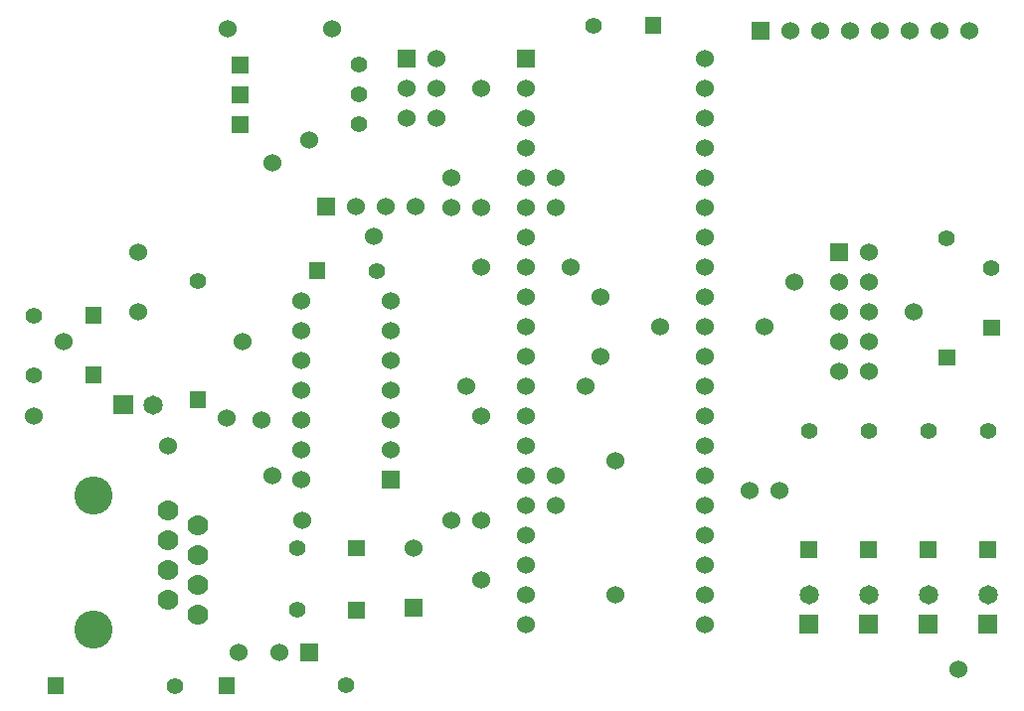
<source format=gbr>
G04 start of page 5 for group 3 idx 3 *
G04 Title: (unknown), GND *
G04 Creator: pcb 20110918 *
G04 CreationDate: Sat 31 Dec 2011 12:16:43 AM GMT UTC *
G04 For: andy *
G04 Format: Gerber/RS-274X *
G04 PCB-Dimensions: 346457 244094 *
G04 PCB-Coordinate-Origin: lower left *
%MOIN*%
%FSLAX25Y25*%
%LNGROUP3*%
%ADD173C,0.0430*%
%ADD172C,0.0280*%
%ADD171C,0.0380*%
%ADD170C,0.0300*%
%ADD169C,0.0350*%
%ADD168C,0.0650*%
%ADD167C,0.1280*%
%ADD166C,0.0700*%
%ADD165C,0.0600*%
%ADD164C,0.0550*%
%ADD163C,0.0001*%
G54D163*G36*
X215124Y232907D02*Y227407D01*
X220624D01*
Y232907D01*
X215124D01*
G37*
G54D164*X197874Y230157D03*
G54D165*X145000Y219094D03*
G54D163*G36*
X172000Y222094D02*Y216094D01*
X178000D01*
Y222094D01*
X172000D01*
G37*
G54D165*X145000Y209094D03*
Y199094D03*
X175000Y209094D03*
Y199094D03*
Y189094D03*
Y179094D03*
Y169094D03*
G54D166*X55118Y67243D03*
X65118Y62243D03*
X55118Y57243D03*
X65118Y52243D03*
X55118Y47243D03*
X65118Y42243D03*
X55118Y37243D03*
X65118Y32243D03*
G54D163*G36*
X99362Y22685D02*Y16685D01*
X105362D01*
Y22685D01*
X99362D01*
G37*
G54D165*X92362Y19685D03*
G54D163*G36*
X72053Y11261D02*Y5761D01*
X77553D01*
Y11261D01*
X72053D01*
G37*
G54D164*X114803Y8511D03*
G54D167*X30118Y27243D03*
G54D163*G36*
X14691Y11182D02*Y5682D01*
X20191D01*
Y11182D01*
X14691D01*
G37*
G54D164*X57441Y8432D03*
G54D163*G36*
X76502Y199639D02*Y194139D01*
X82002D01*
Y199639D01*
X76502D01*
G37*
G54D164*X119252Y196889D03*
G54D163*G36*
X76502Y209639D02*Y204139D01*
X82002D01*
Y209639D01*
X76502D01*
G37*
G54D164*X119252Y206889D03*
G54D163*G36*
X76502Y219639D02*Y214139D01*
X82002D01*
Y219639D01*
X76502D01*
G37*
G54D164*X119252Y216889D03*
G54D163*G36*
X132000Y222094D02*Y216094D01*
X138000D01*
Y222094D01*
X132000D01*
G37*
G54D165*X135000Y209094D03*
Y199094D03*
G54D163*G36*
X105267Y172291D02*Y166291D01*
X111267D01*
Y172291D01*
X105267D01*
G37*
G54D165*X118267Y169291D03*
X128267D03*
X138267D03*
G54D167*X30118Y72243D03*
G54D163*G36*
X27486Y135505D02*Y130005D01*
X32986D01*
Y135505D01*
X27486D01*
G37*
G54D164*X10236Y132755D03*
G54D163*G36*
X27486Y115505D02*Y110005D01*
X32986D01*
Y115505D01*
X27486D01*
G37*
G54D164*X10236Y112755D03*
G54D163*G36*
X36986Y106005D02*Y99505D01*
X43486D01*
Y106005D01*
X36986D01*
G37*
G54D168*X50236Y102755D03*
G54D163*G36*
X62367Y107198D02*Y101698D01*
X67867D01*
Y107198D01*
X62367D01*
G37*
G54D164*X65117Y144448D03*
G54D163*G36*
X266750Y32344D02*Y25844D01*
X273250D01*
Y32344D01*
X266750D01*
G37*
G54D168*X270000Y39094D03*
G54D163*G36*
X267250Y56844D02*Y51344D01*
X272750D01*
Y56844D01*
X267250D01*
G37*
G36*
X286750Y32344D02*Y25844D01*
X293250D01*
Y32344D01*
X286750D01*
G37*
G36*
X326750D02*Y25844D01*
X333250D01*
Y32344D01*
X326750D01*
G37*
G36*
X306750D02*Y25844D01*
X313250D01*
Y32344D01*
X306750D01*
G37*
G54D168*X290000Y39094D03*
G54D163*G36*
X287250Y56844D02*Y51344D01*
X292750D01*
Y56844D01*
X287250D01*
G37*
G36*
X327250D02*Y51344D01*
X332750D01*
Y56844D01*
X327250D01*
G37*
G36*
X307250D02*Y51344D01*
X312750D01*
Y56844D01*
X307250D01*
G37*
G54D168*X330000Y39094D03*
X310000D03*
G54D164*X330000Y94094D03*
X310000D03*
X290000D03*
X270000D03*
G54D163*G36*
X277000Y157094D02*Y151094D01*
X283000D01*
Y157094D01*
X277000D01*
G37*
G54D165*X290000Y154094D03*
X280000Y144094D03*
X290000D03*
X280000Y134094D03*
X290000D03*
X280000Y124094D03*
X290000D03*
X280000Y114094D03*
X290000D03*
G54D163*G36*
X313549Y121490D02*Y115990D01*
X319049D01*
Y121490D01*
X313549D01*
G37*
G36*
X328549Y131490D02*Y125990D01*
X334049D01*
Y131490D01*
X328549D01*
G37*
G54D164*X331299Y148740D03*
X316299Y158740D03*
G54D163*G36*
X134636Y37645D02*Y31645D01*
X140636D01*
Y37645D01*
X134636D01*
G37*
G54D165*X137636Y54645D03*
G54D163*G36*
X115596Y36647D02*Y31147D01*
X121096D01*
Y36647D01*
X115596D01*
G37*
G36*
Y57395D02*Y51895D01*
X121096D01*
Y57395D01*
X115596D01*
G37*
G54D164*X98346Y33897D03*
Y54645D03*
G54D165*X99842Y77519D03*
G54D163*G36*
X126842Y80519D02*Y74519D01*
X132842D01*
Y80519D01*
X126842D01*
G37*
G54D165*X129842Y87519D03*
Y97519D03*
Y107519D03*
X99842D03*
Y97519D03*
Y87519D03*
X129842Y117519D03*
X99842D03*
X129842Y127519D03*
Y137519D03*
X99842D03*
Y127519D03*
G54D163*G36*
X102486Y150505D02*Y145005D01*
X107986D01*
Y150505D01*
X102486D01*
G37*
G54D164*X125236Y147755D03*
G54D165*X175000Y159094D03*
Y149094D03*
Y139094D03*
Y129094D03*
Y119094D03*
Y109094D03*
Y99094D03*
Y89094D03*
Y79094D03*
Y69094D03*
Y59094D03*
Y49094D03*
Y39094D03*
Y29094D03*
X235000D03*
Y39094D03*
Y49094D03*
Y59094D03*
Y69094D03*
Y79094D03*
Y89094D03*
Y99094D03*
Y109094D03*
Y119094D03*
Y129094D03*
Y139094D03*
Y149094D03*
Y159094D03*
Y169094D03*
Y179094D03*
Y189094D03*
Y199094D03*
Y209094D03*
Y219094D03*
G54D163*G36*
X250780Y231346D02*Y225346D01*
X256780D01*
Y231346D01*
X250780D01*
G37*
G54D165*X263780Y228346D03*
X273780D03*
X283780D03*
X293780D03*
X303780D03*
X313780D03*
X323780D03*
X205000Y39094D03*
X150000Y64094D03*
X160000D03*
Y44094D03*
X250000Y74094D03*
X205000Y84094D03*
X185000Y79094D03*
X90000D03*
X55000Y89094D03*
X10000Y99094D03*
X86575Y97519D03*
X74803Y98425D03*
X185000Y69094D03*
X78740Y19685D03*
X100000Y64094D03*
X320000Y14094D03*
X305000Y134094D03*
X260000Y74094D03*
X255000Y129094D03*
X80000Y124094D03*
X20000D03*
X220000Y129094D03*
X110000Y229094D03*
X102440Y191654D03*
X75000Y229094D03*
X90000Y184094D03*
X124016Y159448D03*
X45000Y134094D03*
Y154094D03*
X185000Y169094D03*
Y179094D03*
X265000Y144094D03*
X160000Y99094D03*
X155000Y109094D03*
X160000Y209094D03*
X200000Y139094D03*
Y119094D03*
X195000Y109094D03*
X150000Y179094D03*
X160000Y149094D03*
X150000Y169094D03*
X160000D03*
X190000Y149094D03*
G54D169*G54D170*G54D171*G54D172*G54D171*G54D172*G54D170*G54D171*G54D170*G54D167*G54D170*G54D171*G54D167*G54D170*G54D173*G54D170*G54D173*G54D170*G54D173*G54D170*G54D173*G54D170*G54D171*G54D170*G54D172*G54D170*G54D172*G54D170*G54D172*G54D171*M02*

</source>
